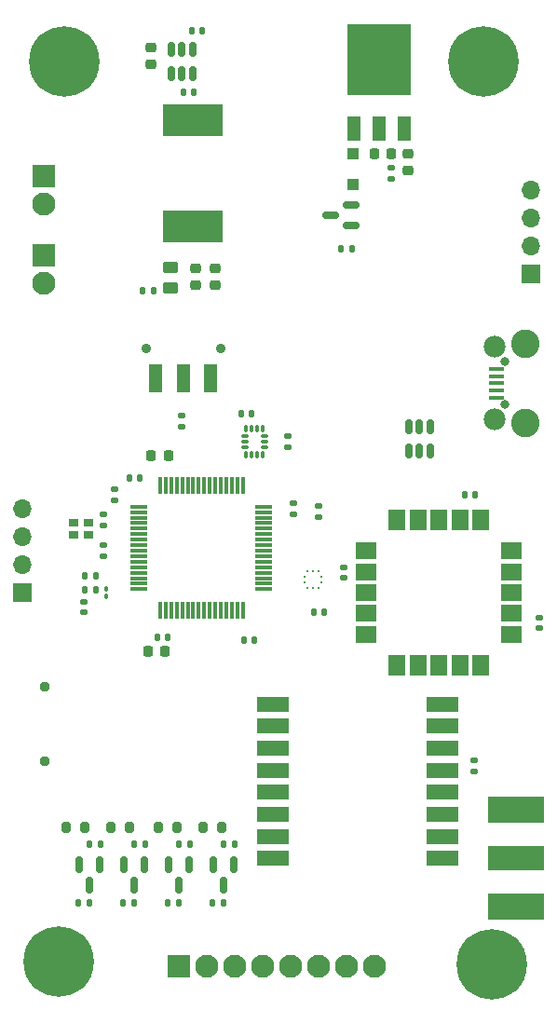
<source format=gbr>
%TF.GenerationSoftware,KiCad,Pcbnew,6.0.11-2627ca5db0~126~ubuntu22.04.1*%
%TF.CreationDate,2023-03-24T18:23:20-04:00*%
%TF.ProjectId,Io,496f2e6b-6963-4616-945f-706362585858,rev?*%
%TF.SameCoordinates,Original*%
%TF.FileFunction,Soldermask,Top*%
%TF.FilePolarity,Negative*%
%FSLAX46Y46*%
G04 Gerber Fmt 4.6, Leading zero omitted, Abs format (unit mm)*
G04 Created by KiCad (PCBNEW 6.0.11-2627ca5db0~126~ubuntu22.04.1) date 2023-03-24 18:23:20*
%MOMM*%
%LPD*%
G01*
G04 APERTURE LIST*
G04 Aperture macros list*
%AMRoundRect*
0 Rectangle with rounded corners*
0 $1 Rounding radius*
0 $2 $3 $4 $5 $6 $7 $8 $9 X,Y pos of 4 corners*
0 Add a 4 corners polygon primitive as box body*
4,1,4,$2,$3,$4,$5,$6,$7,$8,$9,$2,$3,0*
0 Add four circle primitives for the rounded corners*
1,1,$1+$1,$2,$3*
1,1,$1+$1,$4,$5*
1,1,$1+$1,$6,$7*
1,1,$1+$1,$8,$9*
0 Add four rect primitives between the rounded corners*
20,1,$1+$1,$2,$3,$4,$5,0*
20,1,$1+$1,$4,$5,$6,$7,0*
20,1,$1+$1,$6,$7,$8,$9,0*
20,1,$1+$1,$8,$9,$2,$3,0*%
G04 Aperture macros list end*
%ADD10RoundRect,0.135000X-0.185000X0.135000X-0.185000X-0.135000X0.185000X-0.135000X0.185000X0.135000X0*%
%ADD11C,6.400000*%
%ADD12RoundRect,0.140000X0.170000X-0.140000X0.170000X0.140000X-0.170000X0.140000X-0.170000X-0.140000X0*%
%ADD13C,0.900000*%
%ADD14R,1.200000X2.500000*%
%ADD15R,0.900000X0.800000*%
%ADD16RoundRect,0.140000X0.140000X0.170000X-0.140000X0.170000X-0.140000X-0.170000X0.140000X-0.170000X0*%
%ADD17RoundRect,0.135000X0.135000X0.185000X-0.135000X0.185000X-0.135000X-0.185000X0.135000X-0.185000X0*%
%ADD18C,2.100000*%
%ADD19R,2.100000X2.100000*%
%ADD20R,1.700000X1.700000*%
%ADD21O,1.700000X1.700000*%
%ADD22RoundRect,0.225000X-0.250000X0.225000X-0.250000X-0.225000X0.250000X-0.225000X0.250000X0.225000X0*%
%ADD23RoundRect,0.000001X-0.750000X0.900000X-0.750000X-0.900000X0.750000X-0.900000X0.750000X0.900000X0*%
%ADD24RoundRect,0.000001X-0.900000X0.750000X-0.900000X-0.750000X0.900000X-0.750000X0.900000X0.750000X0*%
%ADD25RoundRect,0.087500X0.087500X-0.225000X0.087500X0.225000X-0.087500X0.225000X-0.087500X-0.225000X0*%
%ADD26RoundRect,0.087500X0.225000X-0.087500X0.225000X0.087500X-0.225000X0.087500X-0.225000X-0.087500X0*%
%ADD27RoundRect,0.200000X-0.200000X-0.275000X0.200000X-0.275000X0.200000X0.275000X-0.200000X0.275000X0*%
%ADD28RoundRect,0.135000X0.185000X-0.135000X0.185000X0.135000X-0.185000X0.135000X-0.185000X-0.135000X0*%
%ADD29R,5.400000X2.900000*%
%ADD30RoundRect,0.140000X-0.170000X0.140000X-0.170000X-0.140000X0.170000X-0.140000X0.170000X0.140000X0*%
%ADD31RoundRect,0.150000X-0.150000X0.587500X-0.150000X-0.587500X0.150000X-0.587500X0.150000X0.587500X0*%
%ADD32RoundRect,0.140000X-0.140000X-0.170000X0.140000X-0.170000X0.140000X0.170000X-0.140000X0.170000X0*%
%ADD33R,1.100000X1.100000*%
%ADD34RoundRect,0.150000X-0.150000X0.512500X-0.150000X-0.512500X0.150000X-0.512500X0.150000X0.512500X0*%
%ADD35RoundRect,0.225000X-0.225000X-0.250000X0.225000X-0.250000X0.225000X0.250000X-0.225000X0.250000X0*%
%ADD36R,1.200000X2.200000*%
%ADD37R,5.800000X6.400000*%
%ADD38R,0.275000X0.250000*%
%ADD39R,0.250000X0.275000*%
%ADD40RoundRect,0.100000X-0.100000X0.130000X-0.100000X-0.130000X0.100000X-0.130000X0.100000X0.130000X0*%
%ADD41RoundRect,0.250000X0.450000X-0.262500X0.450000X0.262500X-0.450000X0.262500X-0.450000X-0.262500X0*%
%ADD42RoundRect,0.150000X0.587500X0.150000X-0.587500X0.150000X-0.587500X-0.150000X0.587500X-0.150000X0*%
%ADD43RoundRect,0.135000X-0.135000X-0.185000X0.135000X-0.185000X0.135000X0.185000X-0.135000X0.185000X0*%
%ADD44RoundRect,0.075000X-0.700000X-0.075000X0.700000X-0.075000X0.700000X0.075000X-0.700000X0.075000X0*%
%ADD45RoundRect,0.075000X-0.075000X-0.700000X0.075000X-0.700000X0.075000X0.700000X-0.075000X0.700000X0*%
%ADD46C,0.800000*%
%ADD47R,1.350000X0.400000*%
%ADD48C,2.586000*%
%ADD49C,1.969000*%
%ADD50R,5.080000X2.290000*%
%ADD51R,5.080000X2.420000*%
%ADD52RoundRect,0.225000X0.225000X0.250000X-0.225000X0.250000X-0.225000X-0.250000X0.225000X-0.250000X0*%
%ADD53RoundRect,0.218750X0.256250X-0.218750X0.256250X0.218750X-0.256250X0.218750X-0.256250X-0.218750X0*%
%ADD54R,3.000000X1.400000*%
%ADD55C,0.950000*%
G04 APERTURE END LIST*
D10*
%TO.C,R18*%
X156464000Y-106174000D03*
X156464000Y-105154000D03*
%TD*%
D11*
%TO.C,H3*%
X172212000Y-146812000D03*
%TD*%
%TO.C,H4*%
X132842000Y-146558000D03*
%TD*%
%TO.C,H1*%
X133350000Y-64770000D03*
%TD*%
%TO.C,H2*%
X171450000Y-64770000D03*
%TD*%
D12*
%TO.C,C22*%
X170544000Y-129258000D03*
X170544000Y-128298000D03*
%TD*%
D13*
%TO.C,SW1*%
X147545000Y-90805000D03*
X140745000Y-90805000D03*
D14*
X146645000Y-93555000D03*
X144145000Y-93555000D03*
X141645000Y-93555000D03*
%TD*%
D15*
%TO.C,Y1*%
X134146000Y-107738000D03*
X135546000Y-107738000D03*
X135546000Y-106638000D03*
X134146000Y-106638000D03*
%TD*%
D16*
%TO.C,C16*%
X136164000Y-112772000D03*
X135204000Y-112772000D03*
%TD*%
D17*
%TO.C,R12*%
X147807000Y-141224000D03*
X146787000Y-141224000D03*
%TD*%
D18*
%TO.C,J2*%
X161544000Y-146963500D03*
X159004000Y-146963500D03*
X156464000Y-146963500D03*
X153924000Y-146963500D03*
X151384000Y-146963500D03*
X148844000Y-146963500D03*
X146304000Y-146963500D03*
D19*
X143764000Y-146963500D03*
%TD*%
D12*
%TO.C,C13*%
X137922000Y-104620000D03*
X137922000Y-103660000D03*
%TD*%
D20*
%TO.C,J1*%
X129540000Y-113020000D03*
D21*
X129540000Y-110480000D03*
X129540000Y-107940000D03*
X129540000Y-105400000D03*
%TD*%
D22*
%TO.C,C7*%
X147066000Y-83553000D03*
X147066000Y-85103000D03*
%TD*%
D20*
%TO.C,J3*%
X175768000Y-84074000D03*
D21*
X175768000Y-81534000D03*
X175768000Y-78994000D03*
X175768000Y-76454000D03*
%TD*%
D23*
%TO.C,U6*%
X171186000Y-106430000D03*
X169286000Y-106430000D03*
X167386000Y-106430000D03*
X165486000Y-106430000D03*
X163586000Y-106430000D03*
D24*
X160786000Y-109230000D03*
X160786000Y-111130000D03*
X160786000Y-113030000D03*
X160786000Y-114930000D03*
X160786000Y-116830000D03*
D23*
X163586000Y-119630000D03*
X165486000Y-119630000D03*
X167386000Y-119630000D03*
X169286000Y-119630000D03*
X171186000Y-119630000D03*
D24*
X173986000Y-116830000D03*
X173986000Y-114930000D03*
X173986000Y-113030000D03*
X173986000Y-111130000D03*
X173986000Y-109230000D03*
%TD*%
D25*
%TO.C,U4*%
X149872000Y-100476500D03*
X150372000Y-100476500D03*
X150872000Y-100476500D03*
X151372000Y-100476500D03*
D26*
X151534500Y-99814000D03*
X151534500Y-99314000D03*
X151534500Y-98814000D03*
D25*
X151372000Y-98151500D03*
X150872000Y-98151500D03*
X150372000Y-98151500D03*
X149872000Y-98151500D03*
D26*
X149709500Y-98814000D03*
X149709500Y-99314000D03*
X149709500Y-99814000D03*
%TD*%
D27*
%TO.C,R11*%
X143550000Y-134366000D03*
X141900000Y-134366000D03*
%TD*%
D16*
%TO.C,C15*%
X150594000Y-117348000D03*
X149634000Y-117348000D03*
%TD*%
D22*
%TO.C,C1*%
X141224000Y-63487000D03*
X141224000Y-65037000D03*
%TD*%
D28*
%TO.C,R16*%
X163068000Y-75440000D03*
X163068000Y-74420000D03*
%TD*%
D29*
%TO.C,L1*%
X145034000Y-70080000D03*
X145034000Y-79780000D03*
%TD*%
D30*
%TO.C,C26*%
X176530000Y-115316000D03*
X176530000Y-116276000D03*
%TD*%
D17*
%TO.C,R1*%
X159514000Y-81788000D03*
X158494000Y-81788000D03*
%TD*%
D31*
%TO.C,Q4*%
X143741000Y-139621500D03*
X142791000Y-137746500D03*
X144691000Y-137746500D03*
%TD*%
D32*
%TO.C,C3*%
X144173000Y-67568000D03*
X145133000Y-67568000D03*
%TD*%
D33*
%TO.C,D1*%
X159585000Y-73180000D03*
X159585000Y-75980000D03*
%TD*%
D34*
%TO.C,IC1*%
X144968000Y-63632500D03*
X144018000Y-63632500D03*
X143068000Y-63632500D03*
X143068000Y-65907500D03*
X144018000Y-65907500D03*
X144968000Y-65907500D03*
%TD*%
D35*
%TO.C,C2*%
X161531000Y-73152000D03*
X163081000Y-73152000D03*
%TD*%
D27*
%TO.C,R13*%
X147614000Y-134366000D03*
X145964000Y-134366000D03*
%TD*%
D36*
%TO.C,U1*%
X159645000Y-70875000D03*
X161925000Y-70875000D03*
D37*
X161925000Y-64575000D03*
D36*
X164205000Y-70875000D03*
%TD*%
D31*
%TO.C,Q2*%
X135613000Y-139621500D03*
X134663000Y-137746500D03*
X136563000Y-137746500D03*
%TD*%
D38*
%TO.C,IC2*%
X156723000Y-112117000D03*
X156723000Y-111617000D03*
D39*
X156460000Y-111105000D03*
X155960000Y-111105000D03*
X155460000Y-111105000D03*
D38*
X155197000Y-111617000D03*
X155197000Y-112117000D03*
D39*
X155460000Y-112629000D03*
X155960000Y-112629000D03*
X156460000Y-112629000D03*
%TD*%
D34*
%TO.C,U3*%
X166558000Y-100197500D03*
X165608000Y-100197500D03*
X164658000Y-100197500D03*
X164658000Y-97922500D03*
X165608000Y-97922500D03*
X166558000Y-97922500D03*
%TD*%
D27*
%TO.C,R7*%
X135168000Y-134366000D03*
X133518000Y-134366000D03*
%TD*%
D32*
%TO.C,C5*%
X144935000Y-61976000D03*
X145895000Y-61976000D03*
%TD*%
D40*
%TO.C,FB1*%
X137104000Y-112706000D03*
X137104000Y-113346000D03*
%TD*%
D35*
%TO.C,C8*%
X141224000Y-100584000D03*
X142774000Y-100584000D03*
%TD*%
D16*
%TO.C,C14*%
X142720000Y-117094000D03*
X141760000Y-117094000D03*
%TD*%
D22*
%TO.C,C6*%
X145288000Y-83553000D03*
X145288000Y-85103000D03*
%TD*%
D41*
%TO.C,R15*%
X143002000Y-85344000D03*
X143002000Y-83519000D03*
%TD*%
D42*
%TO.C,Q1*%
X159433500Y-79690000D03*
X159433500Y-77790000D03*
X157558500Y-78740000D03*
%TD*%
D19*
%TO.C,J5*%
X131445000Y-75184000D03*
D18*
X131445000Y-77724000D03*
%TD*%
D17*
%TO.C,R8*%
X138659000Y-141224000D03*
X139679000Y-141224000D03*
%TD*%
D43*
%TO.C,R14*%
X140460000Y-85598000D03*
X141480000Y-85598000D03*
%TD*%
D44*
%TO.C,U2*%
X140121000Y-105216000D03*
X140121000Y-105716000D03*
X140121000Y-106216000D03*
X140121000Y-106716000D03*
X140121000Y-107216000D03*
X140121000Y-107716000D03*
X140121000Y-108216000D03*
X140121000Y-108716000D03*
X140121000Y-109216000D03*
X140121000Y-109716000D03*
X140121000Y-110216000D03*
X140121000Y-110716000D03*
X140121000Y-111216000D03*
X140121000Y-111716000D03*
X140121000Y-112216000D03*
X140121000Y-112716000D03*
D45*
X142046000Y-114641000D03*
X142546000Y-114641000D03*
X143046000Y-114641000D03*
X143546000Y-114641000D03*
X144046000Y-114641000D03*
X144546000Y-114641000D03*
X145046000Y-114641000D03*
X145546000Y-114641000D03*
X146046000Y-114641000D03*
X146546000Y-114641000D03*
X147046000Y-114641000D03*
X147546000Y-114641000D03*
X148046000Y-114641000D03*
X148546000Y-114641000D03*
X149046000Y-114641000D03*
X149546000Y-114641000D03*
D44*
X151471000Y-112716000D03*
X151471000Y-112216000D03*
X151471000Y-111716000D03*
X151471000Y-111216000D03*
X151471000Y-110716000D03*
X151471000Y-110216000D03*
X151471000Y-109716000D03*
X151471000Y-109216000D03*
X151471000Y-108716000D03*
X151471000Y-108216000D03*
X151471000Y-107716000D03*
X151471000Y-107216000D03*
X151471000Y-106716000D03*
X151471000Y-106216000D03*
X151471000Y-105716000D03*
X151471000Y-105216000D03*
D45*
X149546000Y-103291000D03*
X149046000Y-103291000D03*
X148546000Y-103291000D03*
X148046000Y-103291000D03*
X147546000Y-103291000D03*
X147046000Y-103291000D03*
X146546000Y-103291000D03*
X146046000Y-103291000D03*
X145546000Y-103291000D03*
X145046000Y-103291000D03*
X144546000Y-103291000D03*
X144046000Y-103291000D03*
X143546000Y-103291000D03*
X143046000Y-103291000D03*
X142546000Y-103291000D03*
X142046000Y-103291000D03*
%TD*%
D19*
%TO.C,J4*%
X131445000Y-82380000D03*
D18*
X131445000Y-84920000D03*
%TD*%
D17*
%TO.C,R10*%
X142723000Y-141224000D03*
X143743000Y-141224000D03*
%TD*%
D46*
%TO.C,J7*%
X173360000Y-92060000D03*
X173360000Y-95960000D03*
D47*
X172585000Y-95310000D03*
X172585000Y-94660000D03*
X172585000Y-94010000D03*
X172585000Y-93360000D03*
X172585000Y-92710000D03*
D48*
X175260000Y-97610000D03*
X175260000Y-90410000D03*
D49*
X172460000Y-97310000D03*
X172460000Y-90710000D03*
%TD*%
D12*
%TO.C,C12*%
X136878000Y-106906000D03*
X136878000Y-105946000D03*
%TD*%
D27*
%TO.C,R9*%
X139232000Y-134366000D03*
X137582000Y-134366000D03*
%TD*%
D17*
%TO.C,R2*%
X135611000Y-135890000D03*
X136631000Y-135890000D03*
%TD*%
D30*
%TO.C,C10*%
X154178000Y-104930000D03*
X154178000Y-105890000D03*
%TD*%
D31*
%TO.C,Q5*%
X147805000Y-139621500D03*
X146855000Y-137746500D03*
X148755000Y-137746500D03*
%TD*%
D32*
%TO.C,C25*%
X169700000Y-104140000D03*
X170660000Y-104140000D03*
%TD*%
D17*
%TO.C,R3*%
X139675000Y-135890000D03*
X140695000Y-135890000D03*
%TD*%
D12*
%TO.C,C20*%
X153670000Y-99794000D03*
X153670000Y-98834000D03*
%TD*%
D16*
%TO.C,C17*%
X136164000Y-111502000D03*
X135204000Y-111502000D03*
%TD*%
D10*
%TO.C,R17*%
X144018000Y-96899000D03*
X144018000Y-97919000D03*
%TD*%
D50*
%TO.C,J8*%
X174365000Y-137160000D03*
D51*
X174365000Y-141540000D03*
X174365000Y-132780000D03*
%TD*%
D17*
%TO.C,R5*%
X147803000Y-135874000D03*
X148823000Y-135874000D03*
%TD*%
D31*
%TO.C,Q3*%
X139677000Y-139621500D03*
X138727000Y-137746500D03*
X140627000Y-137746500D03*
%TD*%
D52*
%TO.C,C4*%
X142507000Y-118364000D03*
X140957000Y-118364000D03*
%TD*%
D16*
%TO.C,C23*%
X156948000Y-114788000D03*
X155988000Y-114788000D03*
%TD*%
D17*
%TO.C,R4*%
X143739000Y-135874000D03*
X144759000Y-135874000D03*
%TD*%
D16*
%TO.C,C11*%
X140180000Y-102616000D03*
X139220000Y-102616000D03*
%TD*%
D30*
%TO.C,C9*%
X136910000Y-108740000D03*
X136910000Y-109700000D03*
%TD*%
D17*
%TO.C,R6*%
X135615000Y-141224000D03*
X134595000Y-141224000D03*
%TD*%
D53*
%TO.C,D2*%
X164592000Y-74701500D03*
X164592000Y-73126500D03*
%TD*%
D16*
%TO.C,C21*%
X150340000Y-96778000D03*
X149380000Y-96778000D03*
%TD*%
D12*
%TO.C,C24*%
X158750000Y-111712000D03*
X158750000Y-110752000D03*
%TD*%
D30*
%TO.C,C18*%
X135128000Y-113848000D03*
X135128000Y-114808000D03*
%TD*%
D54*
%TO.C,U5*%
X152320000Y-123175000D03*
X152320000Y-125175000D03*
X152320000Y-127175000D03*
X152320000Y-129175000D03*
X152320000Y-131175000D03*
X152320000Y-133175000D03*
X152320000Y-135175000D03*
X152320000Y-137175000D03*
X167720000Y-137175000D03*
X167720000Y-135175000D03*
X167720000Y-133175000D03*
X167720000Y-131175000D03*
X167720000Y-129175000D03*
X167720000Y-127175000D03*
X167720000Y-125175000D03*
X167720000Y-123175000D03*
%TD*%
D55*
%TO.C,J6*%
X131572000Y-121568000D03*
X131572000Y-128368000D03*
%TD*%
M02*

</source>
